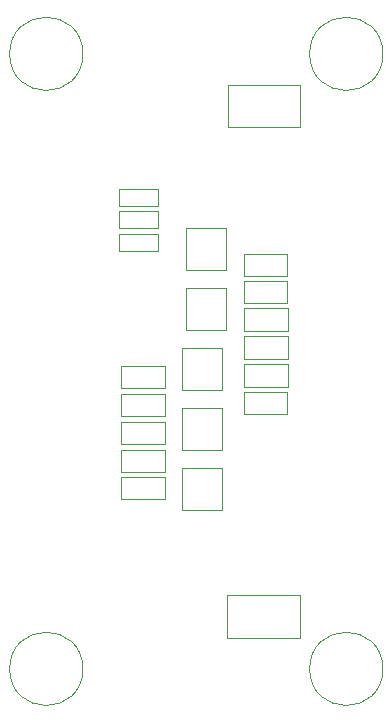
<source format=gbr>
G04 #@! TF.GenerationSoftware,KiCad,Pcbnew,(5.0.2)-1*
G04 #@! TF.CreationDate,2019-06-25T09:53:37+05:30*
G04 #@! TF.ProjectId,CapacityOfBattery,43617061-6369-4747-994f-664261747465,rev?*
G04 #@! TF.SameCoordinates,Original*
G04 #@! TF.FileFunction,Other,User*
%FSLAX46Y46*%
G04 Gerber Fmt 4.6, Leading zero omitted, Abs format (unit mm)*
G04 Created by KiCad (PCBNEW (5.0.2)-1) date 06/25/19 09:53:37*
%MOMM*%
%LPD*%
G01*
G04 APERTURE LIST*
%ADD10C,0.050000*%
G04 APERTURE END LIST*
D10*
G04 #@! TO.C,R2*
X36550000Y-34450000D02*
X36550000Y-36350000D01*
X36550000Y-36350000D02*
X32850000Y-36350000D01*
X32850000Y-36350000D02*
X32850000Y-34450000D01*
X32850000Y-34450000D02*
X36550000Y-34450000D01*
G04 #@! TO.C,H1*
X19229000Y-15240000D02*
G75*
G03X19229000Y-15240000I-3100000J0D01*
G01*
G04 #@! TO.C,H2*
X44629000Y-15240000D02*
G75*
G03X44629000Y-15240000I-3100000J0D01*
G01*
G04 #@! TO.C,H3*
X19229000Y-67310000D02*
G75*
G03X19229000Y-67310000I-3100000J0D01*
G01*
G04 #@! TO.C,H4*
X44629000Y-67310000D02*
G75*
G03X44629000Y-67310000I-3100000J0D01*
G01*
G04 #@! TO.C,Q5*
X31330000Y-30010000D02*
X31330000Y-33510000D01*
X27930000Y-30010000D02*
X31330000Y-30010000D01*
X27930000Y-33510000D02*
X27930000Y-30010000D01*
X31330000Y-33510000D02*
X27930000Y-33510000D01*
G04 #@! TO.C,J1*
X31474000Y-17850000D02*
X31474000Y-21450000D01*
X37624000Y-17850000D02*
X31474000Y-17850000D01*
X37624000Y-21450000D02*
X37624000Y-17850000D01*
X31474000Y-21450000D02*
X37624000Y-21450000D01*
G04 #@! TO.C,J2*
X37614000Y-61065000D02*
X31464000Y-61065000D01*
X31464000Y-61065000D02*
X31464000Y-64665000D01*
X31464000Y-64665000D02*
X37614000Y-64665000D01*
X37614000Y-64665000D02*
X37614000Y-61065000D01*
G04 #@! TO.C,Q1*
X31050000Y-53820000D02*
X27650000Y-53820000D01*
X27650000Y-53820000D02*
X27650000Y-50320000D01*
X27650000Y-50320000D02*
X31050000Y-50320000D01*
X31050000Y-50320000D02*
X31050000Y-53820000D01*
G04 #@! TO.C,Q2*
X31050000Y-45240000D02*
X31050000Y-48740000D01*
X27650000Y-45240000D02*
X31050000Y-45240000D01*
X27650000Y-48740000D02*
X27650000Y-45240000D01*
X31050000Y-48740000D02*
X27650000Y-48740000D01*
G04 #@! TO.C,Q3*
X31050000Y-43660000D02*
X27650000Y-43660000D01*
X27650000Y-43660000D02*
X27650000Y-40160000D01*
X27650000Y-40160000D02*
X31050000Y-40160000D01*
X31050000Y-40160000D02*
X31050000Y-43660000D01*
G04 #@! TO.C,Q4*
X31330000Y-35080000D02*
X31330000Y-38580000D01*
X27930000Y-35080000D02*
X31330000Y-35080000D01*
X27930000Y-38580000D02*
X27930000Y-35080000D01*
X31330000Y-38580000D02*
X27930000Y-38580000D01*
G04 #@! TO.C,R1*
X32850000Y-43850000D02*
X36550000Y-43850000D01*
X32850000Y-45750000D02*
X32850000Y-43850000D01*
X36550000Y-45750000D02*
X32850000Y-45750000D01*
X36550000Y-43850000D02*
X36550000Y-45750000D01*
G04 #@! TO.C,R3*
X36560000Y-41510000D02*
X36560000Y-43410000D01*
X36560000Y-43410000D02*
X32860000Y-43410000D01*
X32860000Y-43410000D02*
X32860000Y-41510000D01*
X32860000Y-41510000D02*
X36560000Y-41510000D01*
G04 #@! TO.C,R4*
X32860000Y-39150000D02*
X36560000Y-39150000D01*
X32860000Y-41050000D02*
X32860000Y-39150000D01*
X36560000Y-41050000D02*
X32860000Y-41050000D01*
X36560000Y-39150000D02*
X36560000Y-41050000D01*
G04 #@! TO.C,R5*
X36560000Y-36790000D02*
X36560000Y-38690000D01*
X36560000Y-38690000D02*
X32860000Y-38690000D01*
X32860000Y-38690000D02*
X32860000Y-36790000D01*
X32860000Y-36790000D02*
X36560000Y-36790000D01*
G04 #@! TO.C,R6*
X36550000Y-32150000D02*
X36550000Y-34050000D01*
X36550000Y-34050000D02*
X32850000Y-34050000D01*
X32850000Y-34050000D02*
X32850000Y-32150000D01*
X32850000Y-32150000D02*
X36550000Y-32150000D01*
G04 #@! TO.C,R7*
X25570000Y-30450000D02*
X25570000Y-31910000D01*
X25570000Y-31910000D02*
X22270000Y-31910000D01*
X22270000Y-31910000D02*
X22270000Y-30450000D01*
X22270000Y-30450000D02*
X25570000Y-30450000D01*
G04 #@! TO.C,R8*
X25570000Y-28550000D02*
X25570000Y-30010000D01*
X25570000Y-30010000D02*
X22270000Y-30010000D01*
X22270000Y-30010000D02*
X22270000Y-28550000D01*
X22270000Y-28550000D02*
X25570000Y-28550000D01*
G04 #@! TO.C,R9*
X25570000Y-28120000D02*
X22270000Y-28120000D01*
X25570000Y-26660000D02*
X25570000Y-28120000D01*
X22270000Y-26660000D02*
X25570000Y-26660000D01*
X22270000Y-28120000D02*
X22270000Y-26660000D01*
G04 #@! TO.C,RL1*
X26170000Y-51050000D02*
X26170000Y-52950000D01*
X26170000Y-52950000D02*
X22470000Y-52950000D01*
X22470000Y-52950000D02*
X22470000Y-51050000D01*
X22470000Y-51050000D02*
X26170000Y-51050000D01*
G04 #@! TO.C,RL2*
X26170000Y-48750000D02*
X26170000Y-50650000D01*
X26170000Y-50650000D02*
X22470000Y-50650000D01*
X22470000Y-50650000D02*
X22470000Y-48750000D01*
X22470000Y-48750000D02*
X26170000Y-48750000D01*
G04 #@! TO.C,RL3*
X22480000Y-46380000D02*
X26180000Y-46380000D01*
X22480000Y-48280000D02*
X22480000Y-46380000D01*
X26180000Y-48280000D02*
X22480000Y-48280000D01*
X26180000Y-46380000D02*
X26180000Y-48280000D01*
G04 #@! TO.C,RL4*
X22480000Y-44010000D02*
X26180000Y-44010000D01*
X22480000Y-45910000D02*
X22480000Y-44010000D01*
X26180000Y-45910000D02*
X22480000Y-45910000D01*
X26180000Y-44010000D02*
X26180000Y-45910000D01*
G04 #@! TO.C,RL5*
X26170000Y-41640000D02*
X26170000Y-43540000D01*
X26170000Y-43540000D02*
X22470000Y-43540000D01*
X22470000Y-43540000D02*
X22470000Y-41640000D01*
X22470000Y-41640000D02*
X26170000Y-41640000D01*
G04 #@! TD*
M02*

</source>
